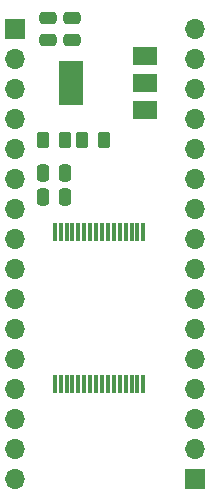
<source format=gbr>
%TF.GenerationSoftware,KiCad,Pcbnew,(6.0.5)*%
%TF.CreationDate,2022-12-17T16:59:51+01:00*%
%TF.ProjectId,DS1245Y_FRAM,44533132-3435-4595-9f46-52414d2e6b69,rev?*%
%TF.SameCoordinates,Original*%
%TF.FileFunction,Soldermask,Top*%
%TF.FilePolarity,Negative*%
%FSLAX46Y46*%
G04 Gerber Fmt 4.6, Leading zero omitted, Abs format (unit mm)*
G04 Created by KiCad (PCBNEW (6.0.5)) date 2022-12-17 16:59:51*
%MOMM*%
%LPD*%
G01*
G04 APERTURE LIST*
G04 Aperture macros list*
%AMRoundRect*
0 Rectangle with rounded corners*
0 $1 Rounding radius*
0 $2 $3 $4 $5 $6 $7 $8 $9 X,Y pos of 4 corners*
0 Add a 4 corners polygon primitive as box body*
4,1,4,$2,$3,$4,$5,$6,$7,$8,$9,$2,$3,0*
0 Add four circle primitives for the rounded corners*
1,1,$1+$1,$2,$3*
1,1,$1+$1,$4,$5*
1,1,$1+$1,$6,$7*
1,1,$1+$1,$8,$9*
0 Add four rect primitives between the rounded corners*
20,1,$1+$1,$2,$3,$4,$5,0*
20,1,$1+$1,$4,$5,$6,$7,0*
20,1,$1+$1,$6,$7,$8,$9,0*
20,1,$1+$1,$8,$9,$2,$3,0*%
G04 Aperture macros list end*
%ADD10RoundRect,0.250000X-0.475000X0.250000X-0.475000X-0.250000X0.475000X-0.250000X0.475000X0.250000X0*%
%ADD11RoundRect,0.250000X-0.262500X-0.450000X0.262500X-0.450000X0.262500X0.450000X-0.262500X0.450000X0*%
%ADD12RoundRect,0.250000X-0.250000X-0.475000X0.250000X-0.475000X0.250000X0.475000X-0.250000X0.475000X0*%
%ADD13RoundRect,0.075000X-0.075000X0.700000X-0.075000X-0.700000X0.075000X-0.700000X0.075000X0.700000X0*%
%ADD14R,2.000000X1.500000*%
%ADD15R,2.000000X3.800000*%
%ADD16R,1.700000X1.700000*%
%ADD17O,1.700000X1.700000*%
G04 APERTURE END LIST*
D10*
%TO.C,C2*%
X54102000Y-50358000D03*
X54102000Y-52258000D03*
%TD*%
D11*
%TO.C,R16*%
X56999500Y-60706000D03*
X58824500Y-60706000D03*
%TD*%
D12*
%TO.C,C4*%
X53660000Y-63500000D03*
X55560000Y-63500000D03*
%TD*%
D13*
%TO.C,U2*%
X62170000Y-68505000D03*
X61670000Y-68505000D03*
X61170000Y-68505000D03*
X60670000Y-68505000D03*
X60170000Y-68505000D03*
X59670000Y-68505000D03*
X59170000Y-68505000D03*
X58670000Y-68505000D03*
X58170000Y-68505000D03*
X57670000Y-68505000D03*
X57170000Y-68505000D03*
X56670000Y-68505000D03*
X56170000Y-68505000D03*
X55670000Y-68505000D03*
X55170000Y-68505000D03*
X54670000Y-68505000D03*
X54670000Y-81355000D03*
X55170000Y-81355000D03*
X55670000Y-81355000D03*
X56170000Y-81355000D03*
X56670000Y-81355000D03*
X57170000Y-81355000D03*
X57670000Y-81355000D03*
X58170000Y-81355000D03*
X58670000Y-81355000D03*
X59170000Y-81355000D03*
X59670000Y-81355000D03*
X60170000Y-81355000D03*
X60670000Y-81355000D03*
X61170000Y-81355000D03*
X61670000Y-81355000D03*
X62170000Y-81355000D03*
%TD*%
D10*
%TO.C,C1*%
X56134000Y-50358000D03*
X56134000Y-52258000D03*
%TD*%
D12*
%TO.C,C3*%
X53660000Y-65532000D03*
X55560000Y-65532000D03*
%TD*%
D14*
%TO.C,U1*%
X62332000Y-58180000D03*
D15*
X56032000Y-55880000D03*
D14*
X62332000Y-55880000D03*
X62332000Y-53580000D03*
%TD*%
D11*
%TO.C,R15*%
X53697500Y-60706000D03*
X55522500Y-60706000D03*
%TD*%
D16*
%TO.C,J1*%
X51308000Y-51308000D03*
D17*
X51308000Y-53848000D03*
X51308000Y-56388000D03*
X51308000Y-58928000D03*
X51308000Y-61468000D03*
X51308000Y-64008000D03*
X51308000Y-66548000D03*
X51308000Y-69088000D03*
X51308000Y-71628000D03*
X51308000Y-74168000D03*
X51308000Y-76708000D03*
X51308000Y-79248000D03*
X51308000Y-81788000D03*
X51308000Y-84328000D03*
X51308000Y-86868000D03*
X51308000Y-89408000D03*
%TD*%
D16*
%TO.C,J2*%
X66548000Y-89408000D03*
D17*
X66548000Y-86868000D03*
X66548000Y-84328000D03*
X66548000Y-81788000D03*
X66548000Y-79248000D03*
X66548000Y-76708000D03*
X66548000Y-74168000D03*
X66548000Y-71628000D03*
X66548000Y-69088000D03*
X66548000Y-66548000D03*
X66548000Y-64008000D03*
X66548000Y-61468000D03*
X66548000Y-58928000D03*
X66548000Y-56388000D03*
X66548000Y-53848000D03*
X66548000Y-51308000D03*
%TD*%
M02*

</source>
